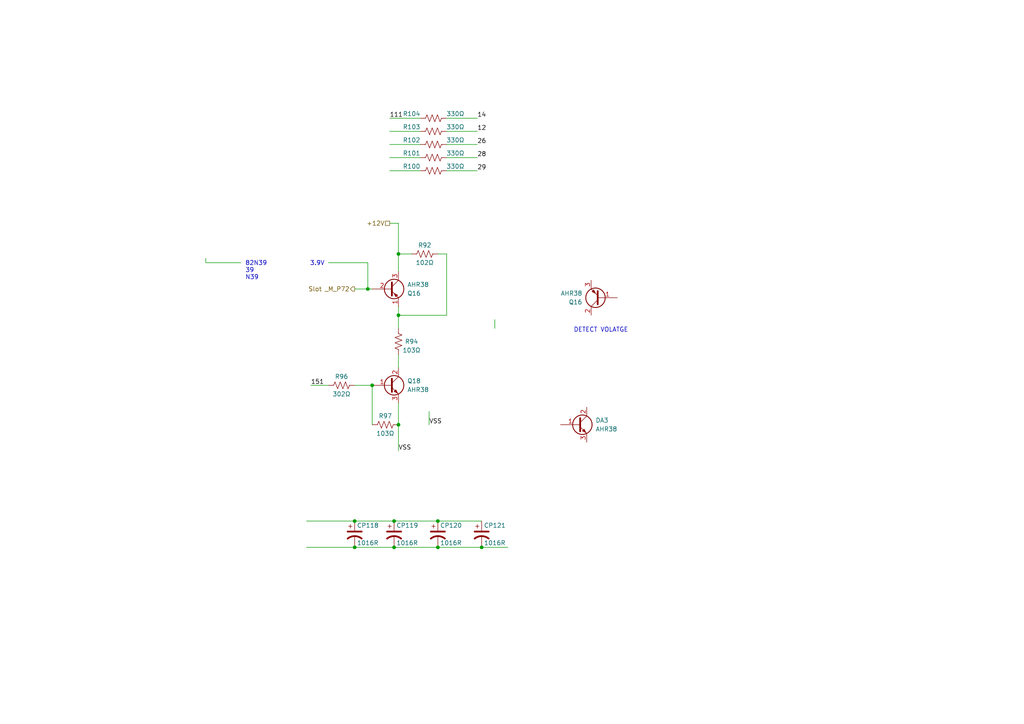
<source format=kicad_sch>
(kicad_sch (version 20211123) (generator eeschema)
  (paper "A4")
  (lib_symbols
    (symbol "Device:C_Polarized_US" (pin_numbers hide) (pin_names (offset 0.254) hide)
      (property "Reference" "C" (at 0.635 2.54 0))
      (property "Value" "C_Polarized_US" (at 0.635 -2.54 0))
      (symbol "C_Polarized_US_0_1"
        (polyline (pts (xy -2.032 0.762) (xy 2.032 0.762)) (stroke (width 0.508)))
        (polyline (pts (xy -1.778 2.286) (xy -0.762 2.286)))
        (polyline (pts (xy -1.27 1.778) (xy -1.27 2.794)))
        (arc (start 2.032 -1.27) (mid 0 -0.5572) (end -2.032 -1.27) (stroke (width 0.508)))
      )
      (symbol "C_Polarized_US_1_1"
        (pin passive line (at 0 3.81 270) (length 2.794) (name "~") (number "1"))
        (pin passive line (at 0 -3.81 90) (length 3.302) (name "~") (number "2"))
      )
    )
    (symbol "Device:Q_NPN_BCE" (pin_names (offset 0) hide)
      (property "Reference" "Q" (at 5.08 1.27 0))
      (property "Value" "Q_NPN_BCE" (at 5.08 -1.27 0))
      (symbol "Q_NPN_BCE_0_1"
        (polyline (pts (xy 0.635 0.635) (xy 2.54 2.54)))
        (polyline (pts (xy 0.635 -0.635) (xy 2.54 -2.54) (xy 2.54 -2.54)))
        (polyline (pts (xy 0.635 1.905) (xy 0.635 -1.905) (xy 0.635 -1.905)) (stroke (width 0.508)))
        (polyline (pts (xy 1.27 -1.778) (xy 1.778 -1.27) (xy 2.286 -2.286) (xy 1.27 -1.778) (xy 1.27 -1.778)) (fill (type outline)))
        (circle (center 1.27 0) (radius 2.8194) (stroke (width 0.254)))
      )
      (symbol "Q_NPN_BCE_1_1"
        (pin input line (at -5.08 0 0) (length 5.715) (name "B") (number "1"))
        (pin passive line (at 2.54 5.08 270) (length 2.54) (name "C") (number "2"))
        (pin passive line (at 2.54 -5.08 90) (length 2.54) (name "E") (number "3"))
      )
    )
    (symbol "Device:Q_PNP_BCE" (pin_names (offset 0) hide)
      (property "Reference" "Q" (at 5.08 1.27 0))
      (property "Value" "Q_PNP_BCE" (at 5.08 -1.27 0))
      (symbol "Q_PNP_BCE_0_1"
        (polyline (pts (xy 0.635 0.635) (xy 2.54 2.54)))
        (polyline (pts (xy 0.635 -0.635) (xy 2.54 -2.54) (xy 2.54 -2.54)))
        (polyline (pts (xy 0.635 1.905) (xy 0.635 -1.905) (xy 0.635 -1.905)) (stroke (width 0.508)))
        (polyline (pts (xy 2.286 -1.778) (xy 1.778 -2.286) (xy 1.27 -1.27) (xy 2.286 -1.778) (xy 2.286 -1.778)) (fill (type outline)))
        (circle (center 1.27 0) (radius 2.8194) (stroke (width 0.254)))
      )
      (symbol "Q_PNP_BCE_1_1"
        (pin input line (at -5.08 0 0) (length 5.715) (name "B") (number "1"))
        (pin passive line (at 2.54 5.08 270) (length 2.54) (name "C") (number "2"))
        (pin passive line (at 2.54 -5.08 90) (length 2.54) (name "E") (number "3"))
      )
    )
    (symbol "Device:Q_PNP_EBC" (pin_names (offset 0) hide)
      (property "Reference" "Q" (at 5.08 1.27 0))
      (property "Value" "Q_PNP_EBC" (at 5.08 -1.27 0))
      (symbol "Q_PNP_EBC_0_1"
        (polyline (pts (xy 0.635 0.635) (xy 2.54 2.54)))
        (polyline (pts (xy 0.635 -0.635) (xy 2.54 -2.54) (xy 2.54 -2.54)))
        (polyline (pts (xy 0.635 1.905) (xy 0.635 -1.905) (xy 0.635 -1.905)) (stroke (width 0.508)))
        (polyline (pts (xy 2.286 -1.778) (xy 1.778 -2.286) (xy 1.27 -1.27) (xy 2.286 -1.778) (xy 2.286 -1.778)) (fill (type outline)))
        (circle (center 1.27 0) (radius 2.8194) (stroke (width 0.254)))
      )
      (symbol "Q_PNP_EBC_1_1"
        (pin passive line (at 2.54 -5.08 90) (length 2.54) (name "E") (number "1"))
        (pin input line (at -5.08 0 0) (length 5.715) (name "B") (number "2"))
        (pin passive line (at 2.54 5.08 270) (length 2.54) (name "C") (number "3"))
      )
    )
    (symbol "Device:R_US" (pin_numbers hide) (pin_names (offset 0))
      (property "Reference" "R" (at 2.54 0 90))
      (property "Value" "R_US" (at -2.54 0 90))
      (symbol "R_US_0_1"
        (polyline (pts (xy 0 -2.286) (xy 0 -2.54)))
        (polyline (pts (xy 0 2.286) (xy 0 2.54)))
        (polyline (pts (xy 0 -0.762) (xy 1.016 -1.143) (xy 0 -1.524) (xy -1.016 -1.905) (xy 0 -2.286)))
        (polyline (pts (xy 0 0.762) (xy 1.016 0.381) (xy 0 0) (xy -1.016 -0.381) (xy 0 -0.762)))
        (polyline (pts (xy 0 2.286) (xy 1.016 1.905) (xy 0 1.524) (xy -1.016 1.143) (xy 0 0.762)))
      )
      (symbol "R_US_1_1"
        (pin passive line (at 0 3.81 270) (length 1.27) (name "~") (number "1"))
        (pin passive line (at 0 -3.81 90) (length 1.27) (name "~") (number "2"))
      )
    )
  )
  (junction (at 114.3 151.13))
  (junction (at 139.7 158.75))
  (junction (at 115.57 123.19))
  (junction (at 107.95 111.76))
  (junction (at 127 158.75))
  (junction (at 114.3 158.75))
  (junction (at 115.57 91.44))
  (junction (at 115.57 73.66))
  (junction (at 102.87 151.13))
  (junction (at 106.68 83.82))
  (junction (at 102.87 158.75))
  (junction (at 127 151.13))
  (wire (pts (xy 115.57 91.44) (xy 115.57 95.25)))
  (wire (pts (xy 106.68 83.82) (xy 107.95 83.82)))
  (wire (pts (xy 102.87 151.13) (xy 114.3 151.13)))
  (wire (pts (xy 115.57 73.66) (xy 115.57 78.74)))
  (wire (pts (xy 113.03 64.77) (xy 115.57 64.77)))
  (wire (pts (xy 127 158.75) (xy 139.7 158.75)))
  (wire (pts (xy 102.87 158.75) (xy 114.3 158.75)))
  (wire (pts (xy 113.03 45.72) (xy 121.92 45.72)))
  (wire (pts (xy 119.38 73.66) (xy 115.57 73.66)))
  (wire (pts (xy 129.54 38.1) (xy 138.43 38.1)))
  (wire (pts (xy 127 73.66) (xy 129.54 73.66)))
  (wire (pts (xy 129.54 45.72) (xy 138.43 45.72)))
  (wire (pts (xy 129.54 41.91) (xy 138.43 41.91)))
  (wire (pts (xy 115.57 123.19) (xy 115.57 130.81)))
  (wire (pts (xy 115.57 102.87) (xy 115.57 106.68)))
  (wire (pts (xy 102.87 111.76) (xy 107.95 111.76)))
  (wire (pts (xy 143.51 92.71) (xy 143.51 95.25)))
  (wire (pts (xy 115.57 64.77) (xy 115.57 73.66)))
  (wire (pts (xy 69.85 76.2) (xy 59.69 76.2)))
  (wire (pts (xy 88.9 158.75) (xy 102.87 158.75)))
  (wire (pts (xy 129.54 34.29) (xy 138.43 34.29)))
  (wire (pts (xy 127 151.13) (xy 139.7 151.13)))
  (wire (pts (xy 114.3 151.13) (xy 127 151.13)))
  (wire (pts (xy 114.3 158.75) (xy 127 158.75)))
  (wire (pts (xy 113.03 49.53) (xy 121.92 49.53)))
  (wire (pts (xy 113.03 41.91) (xy 121.92 41.91)))
  (wire (pts (xy 106.68 76.2) (xy 106.68 83.82)))
  (wire (pts (xy 113.03 34.29) (xy 121.92 34.29)))
  (wire (pts (xy 147.32 158.75) (xy 139.7 158.75)))
  (wire (pts (xy 115.57 116.84) (xy 115.57 123.19)))
  (wire (pts (xy 124.46 123.19) (xy 124.46 119.38)))
  (wire (pts (xy 102.87 83.82) (xy 106.68 83.82)))
  (wire (pts (xy 59.69 74.93) (xy 59.69 76.2)))
  (wire (pts (xy 95.25 76.2) (xy 106.68 76.2)))
  (wire (pts (xy 113.03 38.1) (xy 121.92 38.1)))
  (wire (pts (xy 90.17 111.76) (xy 95.25 111.76)))
  (wire (pts (xy 115.57 88.9) (xy 115.57 91.44)))
  (wire (pts (xy 107.95 111.76) (xy 107.95 123.19)))
  (wire (pts (xy 88.9 151.13) (xy 102.87 151.13)))
  (wire (pts (xy 129.54 73.66) (xy 129.54 91.44)))
  (wire (pts (xy 115.57 91.44) (xy 129.54 91.44)))
  (wire (pts (xy 129.54 49.53) (xy 138.43 49.53)))
  (text "DETECT VOLATGE " (at 166.37 96.52 0) (effects (font (size 1.27 1.27)) (justify left bottom)))
  (text "82N39             3.9V            \n39            \nN39            " (at 71.12 81.28 0) (effects (font (size 1.27 1.27)) (justify left bottom)))
  (label "14" (at 138.43 34.29 0))
  (label "VSS" (at 124.46 123.19 0))
  (label "VSS" (at 115.57 130.81 0))
  (label "29" (at 138.43 49.53 0))
  (label "111" (at 113.03 34.29 0))
  (label "28" (at 138.43 45.72 0))
  (label "26" (at 138.43 41.91 0))
  (label "151" (at 90.17 111.76 0))
  (label "12" (at 138.43 38.1 0))
  (hierarchical_label "Slot _M_P72" (shape output) (at 102.87 83.82 180))
  (hierarchical_label "+12V" (shape passive) (at 113.03 64.77 180))
  (symbol (lib_id "Device:R_US") (at 123.19 73.66 90) (unit 1)
    (property "Reference" "R92" (at 123.19 71.12 90))
    (property "Value" "102Ω" (at 123.19 76.2 90))
  )
  (symbol (lib_id "Device:R_US") (at 125.73 34.29 90) (unit 1)
    (property "Reference" "R104" (at 119.38 33.02 90))
    (property "Value" "330Ω" (at 132.08 33.02 90))
  )
  (symbol (lib_id "Device:R_US") (at 125.73 49.53 90) (unit 1)
    (property "Reference" "R100" (at 119.38 48.26 90))
    (property "Value" "330Ω" (at 132.08 48.26 90))
  )
  (symbol (lib_id "Device:C_Polarized_US") (at 102.87 154.94 0) (unit 1)
    (property "Reference" "CP118" (at 103.505 152.4 0) (effects (justify left)))
    (property "Value" "1016R" (at 103.505 157.48 0) (effects (justify left)))
  )
  (symbol (lib_id "Device:R_US") (at 99.06 111.76 90) (unit 1)
    (property "Reference" "R96" (at 99.06 109.22 90))
    (property "Value" "302Ω" (at 99.06 114.3 90))
  )
  (symbol (lib_id "Device:R_US") (at 115.57 99.06 0) (unit 1)
    (property "Reference" "R94" (at 119.38 99.06 0))
    (property "Value" "103Ω" (at 119.38 101.6 0))
  )
  (symbol (lib_id "Device:Q_NPN_BCE") (at 113.03 111.76 0) (unit 1)
    (property "Reference" "Q18" (at 118.11 110.49 0) (effects (justify left)))
    (property "Value" "AHR38" (at 118.11 113.03 0) (effects (justify left)))
  )
  (symbol (lib_id "Device:R_US") (at 111.76 123.19 90) (unit 1)
    (property "Reference" "R97" (at 111.76 120.65 90))
    (property "Value" "103Ω" (at 111.76 125.73 90))
  )
  (symbol (lib_id "Device:R_US") (at 125.73 45.72 90) (unit 1)
    (property "Reference" "R101" (at 119.38 44.45 90))
    (property "Value" "330Ω" (at 132.08 44.45 90))
  )
  (symbol (lib_id "Device:R_US") (at 125.73 38.1 90) (unit 1)
    (property "Reference" "R103" (at 119.38 36.83 90))
    (property "Value" "330Ω" (at 132.08 36.83 90))
  )
  (symbol (lib_id "Device:R_US") (at 125.73 41.91 90) (unit 1)
    (property "Reference" "R102" (at 119.38 40.64 90))
    (property "Value" "330Ω" (at 132.08 40.64 90))
  )
  (symbol (lib_id "Device:C_Polarized_US") (at 114.3 154.94 0) (unit 1)
    (property "Reference" "CP119" (at 114.935 152.4 0) (effects (justify left)))
    (property "Value" "1016R" (at 114.935 157.48 0) (effects (justify left)))
  )
  (symbol (lib_id "Device:Q_PNP_EBC") (at 113.03 83.82 0) (unit 1)
    (property "Reference" "Q16" (at 118.11 85.09 0) (effects (justify left)))
    (property "Value" "AHR38" (at 118.11 82.55 0) (effects (justify left)))
  )
  (symbol (lib_id "Device:C_Polarized_US") (at 127 154.94 0) (unit 1)
    (property "Reference" "CP120" (at 127.635 152.4 0) (effects (justify left)))
    (property "Value" "1016R" (at 127.635 157.48 0) (effects (justify left)))
  )
  (symbol (lib_id "Device:C_Polarized_US") (at 139.7 154.94 0) (unit 1)
    (property "Reference" "CP121" (at 140.335 152.4 0) (effects (justify left)))
    (property "Value" "1016R" (at 140.335 157.48 0) (effects (justify left)))
  )
  (symbol (lib_id "Device:Q_PNP_BCE") (at 173.99 86.36 180) (unit 1)
    (property "Reference" "Q16" (at 168.91 87.63 0) (effects (justify left)))
    (property "Value" "AHR38" (at 168.91 85.09 0) (effects (justify left)))
  )
  (symbol (lib_id "Device:Q_NPN_BCE") (at 167.64 123.19 0) (unit 1)
    (property "Reference" "DA3" (at 172.72 121.92 0) (effects (justify left)))
    (property "Value" "AHR38" (at 172.72 124.46 0) (effects (justify left)))
  )
)
</source>
